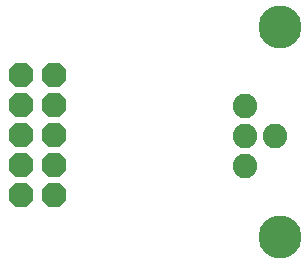
<source format=gbs>
G75*
%MOIN*%
%OFA0B0*%
%FSLAX25Y25*%
%IPPOS*%
%LPD*%
%AMOC8*
5,1,8,0,0,1.08239X$1,22.5*
%
%ADD10OC8,0.08200*%
%ADD11C,0.08200*%
%ADD12C,0.14300*%
D10*
X0090178Y0133901D03*
X0101178Y0133901D03*
X0101178Y0143901D03*
X0090178Y0143901D03*
X0090178Y0153901D03*
X0101178Y0153901D03*
X0101178Y0163901D03*
X0090178Y0163901D03*
X0090178Y0173901D03*
X0101178Y0173901D03*
D11*
X0164808Y0163753D03*
X0164808Y0153753D03*
X0174888Y0153693D03*
X0164808Y0143753D03*
D12*
X0176528Y0119903D03*
X0176528Y0189903D03*
M02*

</source>
